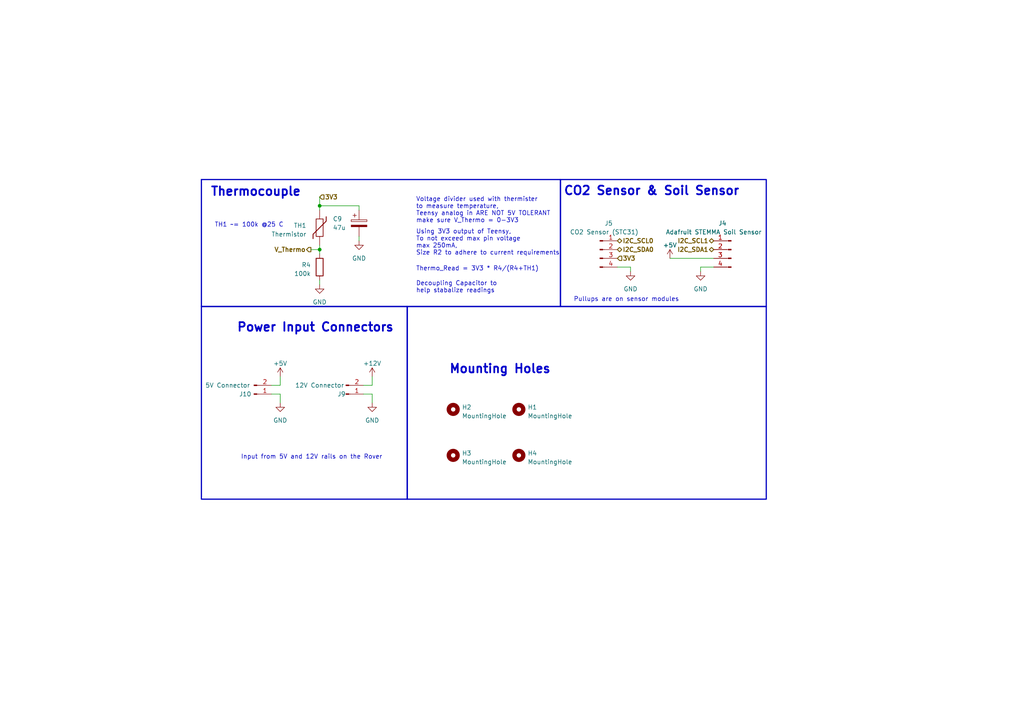
<source format=kicad_sch>
(kicad_sch (version 20231120) (generator "eeschema") (generator_version "8.0")
  (paper "A4")
  (title_block (title "Sensors/Extra Connectors") (date "2023-11-28") (rev "2") (company "Matthew Szalawiga"))
  (lib_symbols
    (symbol "Connector:Conn_01x02_Pin" (pin_names (offset 1.016) hide)
      (property "Reference" "J" (at 0 2.54 0))
      (property "Value" "Conn_01x02_Pin" (at 0 -5.08 0))
      (symbol "Conn_01x02_Pin_1_1"
        (polyline (pts (xy 1.27 -2.54) (xy 0.8636 -2.54)) (stroke (width 0.1524)))
        (polyline (pts (xy 1.27 0) (xy 0.8636 0)) (stroke (width 0.1524)))
        (rectangle (start 0.8636 -2.413) (end 0 -2.667) (stroke (width 0.1524)) (fill (type outline)))
        (rectangle (start 0.8636 0.127) (end 0 -0.127) (stroke (width 0.1524)) (fill (type outline)))
        (pin passive line (at 5.08 0 180) (length 3.81) (name "Pin_1") (number "1"))
        (pin passive line (at 5.08 -2.54 180) (length 3.81) (name "Pin_2") (number "2"))
      )
    )
    (symbol "Connector:Conn_01x04_Pin" (pin_names (offset 1.016) hide)
      (property "Reference" "J" (at 0 5.08 0))
      (property "Value" "Conn_01x04_Pin" (at 0 -7.62 0))
      (symbol "Conn_01x04_Pin_1_1"
        (polyline (pts (xy 1.27 -5.08) (xy 0.8636 -5.08)) (stroke (width 0.1524)))
        (polyline (pts (xy 1.27 -2.54) (xy 0.8636 -2.54)) (stroke (width 0.1524)))
        (polyline (pts (xy 1.27 0) (xy 0.8636 0)) (stroke (width 0.1524)))
        (polyline (pts (xy 1.27 2.54) (xy 0.8636 2.54)) (stroke (width 0.1524)))
        (rectangle (start 0.8636 -4.953) (end 0 -5.207) (stroke (width 0.1524)) (fill (type outline)))
        (rectangle (start 0.8636 -2.413) (end 0 -2.667) (stroke (width 0.1524)) (fill (type outline)))
        (rectangle (start 0.8636 0.127) (end 0 -0.127) (stroke (width 0.1524)) (fill (type outline)))
        (rectangle (start 0.8636 2.667) (end 0 2.413) (stroke (width 0.1524)) (fill (type outline)))
        (pin passive line (at 5.08 2.54 180) (length 3.81) (name "Pin_1") (number "1"))
        (pin passive line (at 5.08 0 180) (length 3.81) (name "Pin_2") (number "2"))
        (pin passive line (at 5.08 -2.54 180) (length 3.81) (name "Pin_3") (number "3"))
        (pin passive line (at 5.08 -5.08 180) (length 3.81) (name "Pin_4") (number "4"))
      )
    )
    (symbol "Device:C_Polarized" (pin_numbers hide) (pin_names (offset 0.254))
      (property "Reference" "C" (at 0.635 2.54 0))
      (property "Value" "C_Polarized" (at 0.635 -2.54 0))
      (symbol "C_Polarized_0_1"
        (rectangle (start -2.286 0.508) (end 2.286 1.016))
        (polyline (pts (xy -1.778 2.286) (xy -0.762 2.286)))
        (polyline (pts (xy -1.27 2.794) (xy -1.27 1.778)))
        (rectangle (start 2.286 -0.508) (end -2.286 -1.016) (fill (type outline)))
      )
      (symbol "C_Polarized_1_1"
        (pin passive line (at 0 3.81 270) (length 2.794) (name "~") (number "1"))
        (pin passive line (at 0 -3.81 90) (length 2.794) (name "~") (number "2"))
      )
    )
    (symbol "Device:R" (pin_numbers hide) (pin_names (offset 0))
      (property "Reference" "R" (at 2.032 0 90))
      (property "Value" "R" (at 0 0 90))
      (symbol "R_0_1"
        (rectangle (start -1.016 -2.54) (end 1.016 2.54) (stroke (width 0.254)))
      )
      (symbol "R_1_1"
        (pin passive line (at 0 3.81 270) (length 1.27) (name "~") (number "1"))
        (pin passive line (at 0 -3.81 90) (length 1.27) (name "~") (number "2"))
      )
    )
    (symbol "Device:Thermistor" (pin_numbers hide) (pin_names (offset 0))
      (property "Reference" "TH" (at 2.54 1.27 90))
      (property "Value" "Thermistor" (at -2.54 0 90))
      (symbol "Thermistor_0_1"
        (rectangle (start -1.016 2.54) (end 1.016 -2.54) (stroke (width 0.2032)))
        (polyline (pts (xy -1.905 3.175) (xy -1.905 1.905) (xy 1.905 -1.905) (xy 1.905 -3.175) (xy 1.905 -3.175)) (stroke (width 0.254)))
      )
      (symbol "Thermistor_1_1"
        (pin passive line (at 0 5.08 270) (length 2.54) (name "~") (number "1"))
        (pin passive line (at 0 -5.08 90) (length 2.54) (name "~") (number "2"))
      )
    )
    (symbol "Mechanical:MountingHole" (pin_names (offset 1.016))
      (property "Reference" "H" (at 0 5.08 0))
      (property "Value" "MountingHole" (at 0 3.175 0))
      (symbol "MountingHole_0_1"
        (circle (center 0 0) (radius 1.27) (stroke (width 1.27)))
      )
    )
    (symbol "power:+12V" (power) (pin_names (offset 0))
      (property "Value" "+12V" (at 0 3.556 0))
      (symbol "+12V_0_1"
        (polyline (pts (xy -0.762 1.27) (xy 0 2.54)))
        (polyline (pts (xy 0 0) (xy 0 2.54)))
        (polyline (pts (xy 0 2.54) (xy 0.762 1.27)))
      )
      (symbol "+12V_1_1"
        (pin power_in line (at 0 0 90) (length 0) hide (name "+12V") (number "1"))
      )
    )
    (symbol "power:+5V" (power) (pin_names (offset 0))
      (property "Value" "+5V" (at 0 3.556 0))
      (symbol "+5V_0_1"
        (polyline (pts (xy -0.762 1.27) (xy 0 2.54)))
        (polyline (pts (xy 0 0) (xy 0 2.54)))
        (polyline (pts (xy 0 2.54) (xy 0.762 1.27)))
      )
      (symbol "+5V_1_1"
        (pin power_in line (at 0 0 90) (length 0) hide (name "+5V") (number "1"))
      )
    )
    (symbol "power:GND" (power) (pin_names (offset 0))
      (property "Value" "GND" (at 0 -3.81 0))
      (symbol "GND_0_1"
        (polyline (pts (xy 0 0) (xy 0 -1.27) (xy 1.27 -1.27) (xy 0 -2.54) (xy -1.27 -1.27) (xy 0 -1.27)))
      )
      (symbol "GND_1_1"
        (pin power_in line (at 0 0 270) (length 0) hide (name "GND") (number "1"))
      )
    )
  )
  (junction (at 92.71 72.39))
  (junction (at 92.71 59.69))
  (wire (pts (xy 182.88 77.47) (xy 182.88 78.74)))
  (wire (pts (xy 107.95 114.3) (xy 107.95 116.84)))
  (wire (pts (xy 105.41 111.76) (xy 107.95 111.76)))
  (wire (pts (xy 92.71 71.12) (xy 92.71 72.39)))
  (wire (pts (xy 203.2 77.47) (xy 203.2 78.74)))
  (wire (pts (xy 207.01 77.47) (xy 203.2 77.47)))
  (wire (pts (xy 78.74 111.76) (xy 81.28 111.76)))
  (wire (pts (xy 179.07 77.47) (xy 182.88 77.47)))
  (wire (pts (xy 104.14 59.69) (xy 92.71 59.69)))
  (wire (pts (xy 81.28 111.76) (xy 81.28 109.22)))
  (wire (pts (xy 194.31 74.93) (xy 207.01 74.93)))
  (wire (pts (xy 107.95 111.76) (xy 107.95 109.22)))
  (wire (pts (xy 104.14 60.96) (xy 104.14 59.69)))
  (wire (pts (xy 92.71 72.39) (xy 90.17 72.39)))
  (wire (pts (xy 104.14 68.58) (xy 104.14 69.85)))
  (wire (pts (xy 92.71 59.69) (xy 92.71 60.96)))
  (wire (pts (xy 78.74 114.3) (xy 81.28 114.3)))
  (wire (pts (xy 92.71 81.28) (xy 92.71 82.55)))
  (wire (pts (xy 81.28 114.3) (xy 81.28 116.84)))
  (wire (pts (xy 105.41 114.3) (xy 107.95 114.3)))
  (wire (pts (xy 92.71 73.66) (xy 92.71 72.39)))
  (wire (pts (xy 92.71 57.15) (xy 92.71 59.69)))
  (rectangle (start 58.42 52.07) (end 162.56 88.9) (stroke (width 0.35)))
  (rectangle (start 118.11 88.9) (end 222.25 144.78) (stroke (width 0.35)))
  (rectangle (start 162.56 52.07) (end 222.25 88.9) (stroke (width 0.35)))
  (rectangle (start 58.42 88.9) (end 118.11 144.78) (stroke (width 0.35)))
  (text "TH1 ~= 100k @25 C" (at 62.23 66.04 0) (effects (font (size 1.27 1.27)) (justify left bottom)))
  (text "Voltage divider used with thermister \nto measure temperature, \nTeensy analog in ARE NOT 5V TOLERANT\nmake sure V_Thermo = 0-3V3\n" (at 120.65 64.77 0) (effects (font (size 1.27 1.27)) (justify left bottom)))
  (text "Pullups are on sensor modules" (at 166.37 87.63 0) (effects (font (size 1.27 1.27)) (justify left bottom)))
  (text "Decoupling Capacitor to\nhelp stabalize readings" (at 120.65 85.09 0) (effects (font (size 1.27 1.27)) (justify left bottom)))
  (text "Power Input Connectors" (at 68.58 96.52 0) (effects (font (size 2.5 2.5) (thickness 0.5) (bold yes)) (justify left bottom)))
  (text "Using 3V3 output of Teensy,\nTo not exceed max pin voltage\nmax 250mA,\nSize R2 to adhere to current requirements\n\n" (at 120.65 76.2 0) (effects (font (size 1.27 1.27)) (justify left bottom)))
  (text "Thermo_Read = 3V3 * R4/(R4+TH1)" (at 120.65 78.74 0) (effects (font (size 1.27 1.27)) (justify left bottom)))
  (text "Mounting Holes\n" (at 130.175 108.585 0) (effects (font (size 2.5 2.5) (thickness 0.5) (bold yes)) (justify left bottom)))
  (text "Thermocouple" (at 60.96 57.15 0) (effects (font (size 2.5 2.5) (thickness 0.5) (bold yes)) (justify left bottom)))
  (text "CO2 Sensor & Soil Sensor\n\n" (at 214.63 60.96 0) (effects (font (size 2.5 2.5) (bold yes)) (justify right bottom)))
  (text "Input from 5V and 12V rails on the Rover" (at 69.85 133.35 0) (effects (font (size 1.27 1.27)) (justify left bottom)))
  (hierarchical_label "3V3" (shape input) (at 179.07 74.93 0) (effects (font (bold yes))))
  (hierarchical_label "I2C_SCL1" (shape bidirectional) (at 207.01 69.85 180) (effects (font (thickness 0.254) (bold yes))))
  (hierarchical_label "I2C_SDA0" (shape bidirectional) (at 179.07 72.39 0) (effects (font (thickness 0.254) (bold yes))))
  (hierarchical_label "3V3" (shape input) (at 92.71 57.15 0) (effects (font (bold yes))))
  (hierarchical_label "V_Thermo" (shape output) (at 90.17 72.39 180) (effects (font (thickness 0.254) (bold yes))))
  (hierarchical_label "I2C_SDA1" (shape bidirectional) (at 207.01 72.39 180) (effects (font (thickness 0.254) (bold yes))))
  (hierarchical_label "I2C_SCL0" (shape bidirectional) (at 179.07 69.85 0) (effects (font (thickness 0.254) (bold yes))))
  (symbol (lib_id "Connector:Conn_01x02_Pin") (at 100.33 114.3 0) (mirror x) (unit 1)
    (property "Reference" "J9" (at 99.06 114.3 0))
    (property "Value" "12V Connector" (at 92.71 111.76 0))
    (property "Footprint" "Connector_Molex:Molex_Mini-Fit_Jr_5566-02A_2x01_P4.20mm_Vertical" (effects (hide yes)))
  )
  (symbol (lib_id "Connector:Conn_01x02_Pin") (at 73.66 114.3 0) (mirror x) (unit 1)
    (property "Reference" "J10" (at 71.12 114.3 0))
    (property "Value" "5V Connector" (at 66.04 111.76 0))
    (property "Footprint" "Connector_Molex:Molex_Nano-Fit_105309-xx02_1x02_P2.50mm_Vertical" (effects (hide yes)))
  )
  (symbol (lib_id "power:+12V") (at 107.95 109.22 0) (unit 1)
    (property "Reference" "#PWR014" (effects (hide yes)))
    (property "Value" "+12V" (at 107.95 105.41 0))
  )
  (symbol (lib_id "power:GND") (at 81.28 116.84 0) (unit 1)
    (property "Reference" "#PWR07" (effects (hide yes)))
    (property "Value" "GND" (at 81.28 121.92 0))
  )
  (symbol (lib_id "Mechanical:MountingHole") (at 150.495 132.08 0) (unit 1)
    (property "Reference" "H4" (at 153.035 131.445 0) (effects (justify left)))
    (property "Value" "MountingHole" (at 153.035 133.985 0) (effects (justify left)))
    (property "Footprint" "MountingHole:MountingHole_4.3mm_M4" (effects (hide yes)))
  )
  (symbol (lib_id "Connector:Conn_01x04_Pin") (at 173.99 72.39 0) (unit 1)
    (property "Reference" "J5" (at 176.53 64.77 0))
    (property "Value" "CO2 Sensor (STC31)" (at 175.26 67.31 0))
    (property "Footprint" "Connector_JST:JST_XH_B4B-XH-A_1x04_P2.50mm_Vertical" (effects (hide yes)))
  )
  (symbol (lib_id "power:GND") (at 92.71 82.55 0) (unit 1)
    (property "Reference" "#PWR08" (effects (hide yes)))
    (property "Value" "GND" (at 92.71 87.63 0))
  )
  (symbol (lib_id "Mechanical:MountingHole") (at 131.445 132.08 0) (unit 1)
    (property "Reference" "H3" (at 133.985 131.445 0) (effects (justify left)))
    (property "Value" "MountingHole" (at 133.985 133.985 0) (effects (justify left)))
    (property "Footprint" "MountingHole:MountingHole_4.3mm_M4" (effects (hide yes)))
  )
  (symbol (lib_id "power:+5V") (at 194.31 74.93 0) (unit 1)
    (property "Reference" "#PWR020" (effects (hide yes)))
    (property "Value" "+5V" (at 194.31 71.12 0))
  )
  (symbol (lib_id "power:GND") (at 107.95 116.84 0) (unit 1)
    (property "Reference" "#PWR015" (effects (hide yes)))
    (property "Value" "GND" (at 107.95 121.92 0))
  )
  (symbol (lib_id "Device:Thermistor") (at 92.71 66.04 0) (mirror x) (unit 1)
    (property "Reference" "TH1" (at 88.9 65.405 0) (effects (justify right)))
    (property "Value" "Thermistor" (at 88.9 67.945 0) (effects (justify right)))
    (property "Footprint" "Connector_JST:JST_XH_B2B-XH-AM_1x02_P2.50mm_Vertical" (effects (hide yes)))
  )
  (symbol (lib_id "power:GND") (at 182.88 78.74 0) (unit 1)
    (property "Reference" "#PWR040" (effects (hide yes)))
    (property "Value" "GND" (at 182.88 83.82 0))
  )
  (symbol (lib_id "power:+5V") (at 81.28 109.22 0) (unit 1)
    (property "Reference" "#PWR04" (effects (hide yes)))
    (property "Value" "+5V" (at 81.28 105.41 0))
  )
  (symbol (lib_id "Device:R") (at 92.71 77.47 0) (mirror y) (unit 1)
    (property "Reference" "R4" (at 90.17 76.835 0) (effects (justify left)))
    (property "Value" "100k" (at 90.17 79.375 0) (effects (justify left)))
    (property "Footprint" "Resistor_THT:R_Axial_DIN0207_L6.3mm_D2.5mm_P7.62mm_Horizontal" (effects (hide yes)))
  )
  (symbol (lib_id "power:GND") (at 203.2 78.74 0) (unit 1)
    (property "Reference" "#PWR042" (effects (hide yes)))
    (property "Value" "GND" (at 203.2 83.82 0))
  )
  (symbol (lib_id "Connector:Conn_01x04_Pin") (at 212.09 72.39 0) (mirror y) (unit 1)
    (property "Reference" "J4" (at 209.55 64.77 0))
    (property "Value" "Adafruit STEMMA Soil Sensor" (at 207.01 67.31 0))
    (property "Footprint" "Connector_JST:JST_XH_B4B-XH-A_1x04_P2.50mm_Vertical" (effects (hide yes)))
  )
  (symbol (lib_id "Mechanical:MountingHole") (at 131.445 118.745 0) (unit 1)
    (property "Reference" "H2" (at 133.985 118.11 0) (effects (justify left)))
    (property "Value" "MountingHole" (at 133.985 120.65 0) (effects (justify left)))
    (property "Footprint" "MountingHole:MountingHole_4.3mm_M4" (effects (hide yes)))
  )
  (symbol (lib_id "Mechanical:MountingHole") (at 150.495 118.745 0) (unit 1)
    (property "Reference" "H1" (at 153.035 118.11 0) (effects (justify left)))
    (property "Value" "MountingHole" (at 153.035 120.65 0) (effects (justify left)))
    (property "Footprint" "MountingHole:MountingHole_4.3mm_M4" (effects (hide yes)))
  )
  (symbol (lib_id "Device:C_Polarized") (at 104.14 64.77 0) (unit 1)
    (property "Reference" "C9" (at 96.52 63.5 0) (effects (justify left)))
    (property "Value" "47u" (at 96.52 66.04 0) (effects (justify left)))
    (property "Footprint" "Capacitor_THT:CP_Radial_D5.0mm_P2.50mm" (effects (hide yes)))
  )
  (symbol (lib_id "power:GND") (at 104.14 69.85 0) (unit 1)
    (property "Reference" "#PWR031" (effects (hide yes)))
    (property "Value" "GND" (at 104.14 74.93 0))
  )
)
</source>
